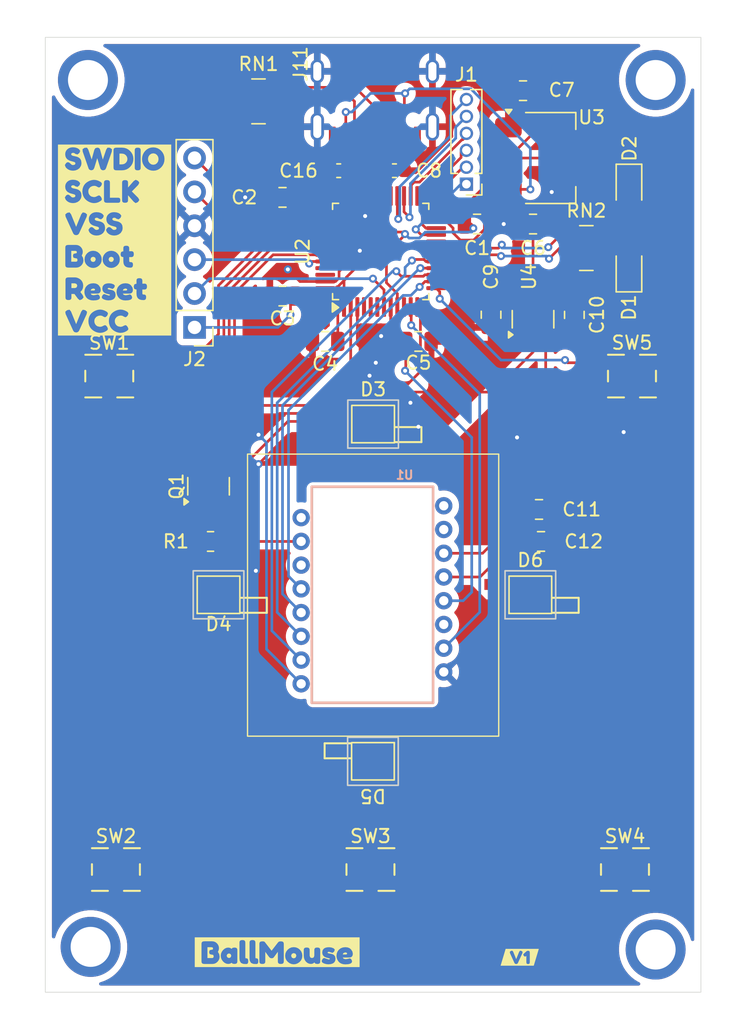
<source format=kicad_pcb>
(kicad_pcb (version 20241229) (generator "pcbnew") (generator_version "9.0")
  (layers (0 "F.Cu" signal) (2 "B.Cu" signal) (13 "F.Paste" user) (15 "B.Paste" user) (5 "F.SilkS" user "F.Silkscreen") (7 "B.SilkS" user "B.Silkscreen") (1 "F.Mask" user) (3 "B.Mask" user) (25 "Edge.Cuts" user))
  (net 0 "")
  (net 1 "VSS")
  (net 2 "VCC")
  (net 3 "+5V")
  (net 4 "/D-")
  (net 5 "+1V8")
  (net 6 "Net-(U1-VDDPIX)")
  (net 7 "/D+")
  (net 8 "Net-(D1-A)")
  (net 9 "Net-(D2-A)")
  (net 10 "Net-(J1-Pin_3)")
  (net 11 "Net-(J1-Pin_1)")
  (net 12 "Net-(J1-Pin_6)")
  (net 13 "Net-(J1-Pin_5)")
  (net 14 "Net-(J1-Pin_4)")
  (net 15 "Net-(J1-Pin_2)")
  (net 17 "Net-(J11-CC2)")
  (net 18 "Net-(J11-CC1)")
  (net 20 "Net-(Q1-S)")
  (net 21 "Led_power")
  (net 22 "Net-(U1-LED_P)")
  (net 27 "One")
  (net 28 "Two")
  (net 29 "Three")
  (net 30 "Four")
  (net 31 "Five")
  (net 32 "Motion")
  (net 33 "SCLK")
  (net 34 "MOSI")
  (net 35 "Reset")
  (net 36 "MISO")
  (net 37 "~{CS}")
  (net 44 "Boot")
  (net 46 "SWCLK")
  (net 51 "SWDIO")
  (net 52 "Net-(RN2-R1.1)")
  (net 56 "Net-(RN2-R2.1)")
  (net 58 "3360_Reset")
  (net 60 "Net-(D3-DOUT)")
  (net 61 "Neo")
  (net 62 "Net-(D4-DOUT)")
  (net 63 "Net-(D5-DOUT)")
  (footprint "UE_Standoff:M3ThreadedStandoff" (layer "F.Cu") (at 118 122)
    (property "Reference" "H3" (hide yes))
    (property "Value" "MountingHole")
  )
  (footprint "Capacitor_SMD:C_0805_2012Metric" (layer "F.Cu") (at 147 67.8)
    (property "Reference" "C1")
    (property "Value" "100nF")
  )
  (footprint "UE_Standoff:M3ThreadedStandoff" (layer "F.Cu") (at 160.4 122.2)
    (property "Reference" "H4" (hide yes))
    (property "Value" "MountingHole")
  )
  (footprint "Capacitor_SMD:C_0805_2012Metric" (layer "F.Cu") (at 135.6 76.6 180)
    (property "Reference" "C4")
    (property "Value" "1uF")
  )
  (footprint "Capacitor_SMD:C_0805_2012Metric" (layer "F.Cu") (at 148.05 74.6 -90)
    (property "Reference" "C9")
    (property "Value" "10uF")
  )
  (footprint "Package_TO_SOT_SMD:SOT-23" (layer "F.Cu") (at 126.85 87.4625 90)
    (property "Reference" "Q1")
    (property "Value" "PMOS")
  )
  (footprint "Capacitor_SMD:C_0805_2012Metric" (layer "F.Cu") (at 132.4 73.2 180)
    (property "Reference" "C3")
    (property "Value" "10nF")
  )
  (footprint "Capacitor_SMD:C_0805_2012Metric" (layer "F.Cu") (at 154.3 74.6125 90)
    (property "Reference" "C10")
    (property "Value" "10uF")
  )
  (footprint "UE_Buttons:TS3315A" (layer "F.Cu") (at 158.625 79.2)
    (property "Reference" "SW5")
    (property "Value" "SW_SPST")
  )
  (footprint "UE_Standoff:M3ThreadedStandoff" (layer "F.Cu") (at 117.8 57)
    (property "Reference" "H1" (hide yes))
    (property "Value" "MountingHole")
  )
  (footprint "Resistor_SMD:R_Array_Convex_4x0603" (layer "F.Cu") (at 155.2 69.6)
    (property "Reference" "RN2")
    (property "Value" "330")
  )
  (footprint "Resistor_SMD:R_Array_Convex_4x0603" (layer "F.Cu") (at 130.6 58.6)
    (property "Reference" "RN1")
    (property "Value" "5.1k")
  )
  (footprint "Connector_PinHeader_1.27mm:PinHeader_1x06_P1.27mm_Vertical" (layer "F.Cu") (at 146.2 64.81 180)
    (property "Reference" "J1")
    (property "Value" "Conn_01x06")
  )
  (footprint "UE_Buttons:TS3315A" (layer "F.Cu") (at 119.9 116.2)
    (property "Reference" "SW2")
    (property "Value" "SW_SPST")
  )
  (footprint "kibuzzard-691E3A0F" (layer "F.Cu") (at 132 122.4)
    (property "Reference" "kibuzzard-691E3A0F" (hide yes))
    (property "Value" "G***" (hide yes))
  )
  (footprint "UE_USB:USB_C_Receptical-Jing" (layer "F.Cu") (at 139.33 60.5 180)
    (property "Reference" "J11")
    (property "Value" "USB_C_Plug_USB2.0")
  )
  (footprint "Capacitor_SMD:C_0603_1608Metric" (layer "F.Cu") (at 136.6175 63.8 180)
    (property "Reference" "C16")
    (property "Value" "20pF")
  )
  (footprint "UE_Buttons:TS3315A" (layer "F.Cu") (at 158.1 116.2)
    (property "Reference" "SW4")
    (property "Value" "SW_SPST")
  )
  (footprint "Capacitor_SMD:C_0805_2012Metric" (layer "F.Cu") (at 151.65 89.2)
    (property "Reference" "C11")
    (property "Value" "4.7uF")
  )
  (footprint "Connector_PinHeader_2.54mm:PinHeader_1x06_P2.54mm_Vertical" (layer "F.Cu") (at 125.8 75.55 180)
    (property "Reference" "J2")
    (property "Value" "Conn_01x06")
  )
  (footprint "Capacitor_SMD:C_0805_2012Metric" (layer "F.Cu") (at 142.6 76.6)
    (property "Reference" "C5")
    (property "Value" "4.7uF")
  )
  (footprint "LED_SMD:LED_0805_2012Metric" (layer "F.Cu") (at 158.4 65 -90)
    (property "Reference" "D2")
    (property "Value" "LED_Small" (hide yes))
  )
  (footprint "Capacitor_SMD:C_0805_2012Metric" (layer "F.Cu") (at 151.8 91.6)
    (property "Reference" "C12")
    (property "Value" "100nF")
  )
  (footprint "UE_LED:SK6812-E_FaceUp" (layer "F.Cu") (at 151 95.6)
    (property "Reference" "D6")
    (property "Value" "WS2812B")
    (fp_rect (start -1.9 1.8) (end 1.9 -1.8) (stroke (width 0.12)) (fill no) (layer "Edge.Cuts"))
  )
  (footprint "Capacitor_SMD:C_0805_2012Metric" (layer "F.Cu") (at 150.45 57.8 180)
    (property "Reference" "C7")
    (property "Value" "10uF")
  )
  (footprint "UE_Buttons:TS3315A" (layer "F.Cu") (at 139 116.2)
    (property "Reference" "SW3")
    (property "Value" "SW_SPST")
  )
  (footprint "UE_LED:SK6812-E_FaceUp" (layer "F.Cu") (at 139.2 82.8)
    (property "Reference" "D3")
    (property "Value" "WS2812B")
    (fp_rect (start -1.9 1.8) (end 1.9 -1.8) (stroke (width 0.12)) (fill no) (layer "Edge.Cuts"))
  )
  (footprint "Package_TO_SOT_SMD:SOT-223-3_TabPin2" (layer "F.Cu") (at 152.5 62.85)
    (property "Reference" "U3")
    (property "Value" "TLV1117-33")
  )
  (footprint "UE_Buttons:TS3315A" (layer "F.Cu") (at 119.4 79.2)
    (property "Reference" "SW1")
    (property "Value" "SW_SPST")
  )
  (footprint "UE_Standoff:M3ThreadedStandoff" (layer "F.Cu") (at 160.4 57)
    (property "Reference" "H2" (hide yes))
    (property "Value" "MountingHole")
  )
  (footprint "Capacitor_SMD:C_0603_1608Metric" (layer "F.Cu") (at 140.8 63.8)
    (property "Reference" "C8")
    (property "Value" "20pF")
  )
  (footprint "Package_QFP:LQFP-48_7x7mm_P0.5mm" (layer "F.Cu") (at 139.7675 69.8575 90)
    (property "Reference" "U2")
    (property "Value" "STM32F072C8Tx")
  )
  (footprint "Package_TO_SOT_SMD:SOT-23" (layer "F.Cu") (at 151.2 74.9375 90)
    (property "Reference" "U4")
    (property "Value" "XC6206-1.8NR")
  )
  (footprint "kibuzzard-691E3A1E" (layer "F.Cu") (at 150.2 122.78)
    (property "Reference" "kibuzzard-691E3A1E" (hide yes))
    (property "Value" "G***" (hide yes))
  )
  (footprint "Capacitor_SMD:C_0805_2012Metric" (layer "F.Cu") (at 151.2 67.8)
    (property "Reference" "C6")
    (property "Value" "10uF")
  )
  (footprint "Resistor_SMD:R_0805_2012Metric" (layer "F.Cu") (at 127 91.6 180)
    (property "Reference" "R1")
    (property "Value" "39R")
  )
  (footprint "kibuzzard-691E39CE" (layer "F.Cu") (at 119.8 69)
    (property "Reference" "kibuzzard-691E39CE" (hide yes))
    (property "Value" "G***" (hide yes))
  )
  (footprint "UE_LED:SK6812-E_FaceUp" (layer "F.Cu") (at 139.185503 108.085312 180)
    (property "Reference" "D5")
    (property "Value" "WS2812B")
    (fp_rect (start -1.9 1.8) (end 1.9 -1.8) (stroke (width 0.12)) (fill no) (layer "Edge.Cuts"))
  )
  (footprint "LED_SMD:LED_0805_2012Metric" (layer "F.Cu") (at 158.4 71.2 90)
    (property "Reference" "D1")
    (property "Value" "LED_Small")
  )
  (footprint "UE_LED:SK6812-E_FaceUp" (layer "F.Cu") (at 127.6 95.6)
    (property "Reference" "D4")
    (property "Value" "WS2812B")
    (fp_rect (start -1.9 1.8) (end 1.9 -1.8) (stroke (width 0.12)) (fill no) (layer "Edge.Cuts"))
  )
  (footprint "Capacitor_SMD:C_0805_2012Metric" (layer "F.Cu") (at 132.4 65.8 180)
    (property "Reference" "C2")
    (property "Value" "100nF")
  )
  (footprint "UE_Module:PMW3360" (layer "B.Cu") (at 139.15 95.6 180)
    (property "Reference" "U1")
    (property "Value" "PMW3360DM-T2QU")
    (fp_line (start 4.445 7.9375) (end 4.445 -7.9375) (stroke (width 0.01)) (layer "Edge.Cuts"))
    (fp_line (start 4.445 -7.9375) (end -4.445 -7.9375) (stroke (width 0.01)) (layer "Edge.Cuts"))
    (fp_line (start -4.445 7.9375) (end 4.445 7.9375) (stroke (width 0.01)) (layer "Edge.Cuts"))
    (fp_line (start -4.445 -7.9375) (end -4.445 7.9375) (stroke (width 0.01)) (layer "Edge.Cuts"))
  )
  (gr_rect (start 129.775 85.05) (end 148.625 106.2) (stroke (width 0.1)) (fill no) (layer "F.SilkS"))
  (gr_rect (start 114.6 53.8) (end 163.8 125.4) (stroke (width 0.05)) (fill no) (layer "Edge.Cuts"))
  (segment (start 146.75 69) (end 147.95 67.8) (width 0.2) (layer "F.Cu") (net 1))
  (segment (start 137.5175 66.466324) (end 138.251176 67.2) (width 0.2) (layer "F.Cu") (net 1))
  (segment (start 136.6435 71.840324) (end 136.6435 71.3565) (width 0.2) (layer "F.Cu") (net 1))
  (segment (start 135.605 72.1075) (end 136.376324 72.1075) (width 0.2) (layer "F.Cu") (net 1))
  (segment (start 140.5175 74.02) (end 140.5175 75.4825) (width 0.2) (layer "F.Cu") (net 1))
  (segment (start 140.5175 75.4825) (end 139.8 76.2) (width 0.2) (layer "F.Cu") (net 1))
  (segment (start 138.251176 67.2) (end 138.6 67.2) (width 0.2) (layer "F.Cu") (net 1))
  (segment (start 136.6435 71.3565) (end 138.2 69.8) (width 0.2) (layer "F.Cu") (net 1))
  (segment (start 145.2 68.46116) (end 145.73884 69) (width 0.2) (layer "F.Cu") (net 1))
  (segment (start 145.73884 69) (end 146.75 69) (width 0.2) (layer "F.Cu") (net 1))
  (segment (start 144.701324 67.6075) (end 145.2 68.106176) (width 0.2) (layer "F.Cu") (net 1))
  (segment (start 145.2 68.106176) (end 145.2 68.46116) (width 0.2) (layer "F.Cu") (net 1))
  (segment (start 143.93 67.6075) (end 144.701324 67.6075) (width 0.2) (layer "F.Cu") (net 1))
  (segment (start 136.376324 72.1075) (end 136.6435 71.840324) (width 0.2) (layer "F.Cu") (net 1))
  (segment (start 133.7075 72.1075) (end 132.8 71.2) (width 0.2) (layer "F.Cu") (net 1))
  (segment (start 137.5175 65.695) (end 137.5175 66.466324) (width 0.2) (layer "F.Cu") (net 1))
  (segment (start 135.605 72.1075) (end 133.7075 72.1075) (width 0.2) (layer "F.Cu") (net 1))
  (via (at 132.8 71.2) (size 0.6) (drill 0.3) (layers "F.Cu" "B.Cu") (net 1))
  (via (at 158 83.4) (size 0.6) (drill 0.3) (layers "F.Cu" "B.Cu") (net 1))
  (via (at 139.8 76.2) (size 0.6) (drill 0.3) (layers "F.Cu" "B.Cu") (net 1))
  (via (at 138.2 69.8) (size 0.6) (drill 0.3) (layers "F.Cu" "B.Cu") (net 1))
  (via (at 142.6 83) (size 0.6) (drill 0.3) (layers "F.Cu" "B.Cu") (net 1))
  (via (at 129.6 65.8) (size 0.6) (drill 0.3) (layers "F.Cu" "B.Cu") (net 1))
  (via (at 150 83.8) (size 0.6) (drill 0.3) (layers "F.Cu" "B.Cu") (net 1))
  (via (at 149 67.8) (size 0.6) (drill 0.3) (layers "F.Cu" "B.Cu") (net 1))
  (via (at 152.6 65.4) (size 0.6) (drill 0.3) (layers "F.Cu" "B.Cu") (net 1))
  (via (at 138.930781 79.171315) (size 0.6) (drill 0.3) (layers "F.Cu" "B.Cu") (net 1))
  (via (at 138.6 67.2) (size 0.6) (drill 0.3) (layers "F.Cu" "B.Cu") (net 1))
  (segment (start 136.54201 72.5075) (end 137.0435 72.006009) (width 0.2) (layer "F.Cu") (net 2))
  (segment (start 141.443116 68.4) (end 141.590448 68.547332) (width 0.2) (layer "F.Cu") (net 2))
  (segment (start 133.9425 72.6075) (end 135.605 72.6075) (width 0.2) (layer "F.Cu") (net 2))
  (segment (start 133.35 65.8) (end 136.14 65.8) (width 0.2) (layer "F.Cu") (net 2))
  (segment (start 141.65 78.75) (end 141.65 76.6) (width 0.2) (layer "F.Cu") (net 2))
  (segment (start 140.2 70) (end 141.590448 68.609552) (width 0.2) (layer "F.Cu") (net 2))
  (segment (start 133.35 73.2) (end 133.9425 72.6075) (width 0.2) (layer "F.Cu") (net 2))
  (segment (start 141.6 78.8) (end 141.65 78.75) (width 0.2) (layer "F.Cu") (net 2))
  (segment (start 133 74.6) (end 133 73.55) (width 0.2) (layer "F.Cu") (net 2))
  (segment (start 145.3575 67.1075) (end 143.93 67.1075) (width 0.2) (layer "F.Cu") (net 2))
  (segment (start 136.376324 72.6075) (end 136.476324 72.5075) (width 0.2) (layer "F.Cu") (net 2))
  (segment (start 151.4 60.8) (end 149.35 62.85) (width 0.2) (layer "F.Cu") (net 2))
  (segment (start 137.191912 71.857598) (end 137.191912 71.791912) (width 0.2) (layer "F.Cu") (net 2))
  (segment (start 149.35 62.85) (end 155.65 62.85) (width 0.2) (layer "F.Cu") (net 2))
  (segment (start 146.05 67.8) (end 146.55 67.8) (width 0.2) (layer "F.Cu") (net 2))
  (segment (start 137.0175 72.03201) (end 137.191912 71.857598) (width 0.2) (layer "F.Cu") (net 2))
  (segment (start 141.0175 75.9675) (end 141.0175 74.02) (width 0.2) (layer "F.Cu") (net 2))
  (segment (start 137.0175 65.695) (end 137.0175 66.6175) (width 0.2) (layer "F.Cu") (net 2))
  (segment (start 138.8 68.4) (end 140.4 68.4) (width 0.2) (layer "F.Cu") (net 2))
  (segment (start 136.14 65.8) (end 136.245 65.695) (width 0.2) (layer "F.Cu") (net 2))
  (segment (start 136.55 76.6) (end 136.55 74.4875) (width 0.2) (layer "F.Cu") (net 2))
  (segment (start 146.05 67.8) (end 145.3575 67.1075) (width 0.2) (layer "F.Cu") (net 2))
  (segment (start 140.2 72.2) (end 140.2 70) (width 0.2) (layer "F.Cu") (net 2))
  (segment (start 137.191912 71.791912) (end 140.4 68.583824) (width 0.2) (layer "F.Cu") (net 2))
  (segment (start 149.35 63.193992) (end 149.35 62.85) (width 0.2) (layer "F.Cu") (net 2))
  (segment (start 136.55 74.4875) (end 137.0175 74.02) (width 0.2) (layer "F.Cu") (net 2))
  (segment (start 140.4 68.583824) (end 140.4 68.4) (width 0.2) (layer "F.Cu") (net 2))
  (segment (start 141.65 76.6) (end 141.0175 75.9675) (width 0.2) (layer "F.Cu") (net 2))
  (segment (start 137.0175 66.6175) (end 138.8 68.4) (width 0.2) (layer "F.Cu") (net 2))
  (segment (start 136.245 65.695) (end 137.0175 65.695) (width 0.2) (layer "F.Cu") (net 2))
  (segment (start 146.55 67.8) (end 146.71538 67.96538) (width 0.2) (layer "F.Cu") (net 2))
  (segment (start 141.590448 68.609552) (end 141.590448 68.547332) (width 0.2) (layer "F.Cu") (net 2))
  (segment (start 133 73.55) (end 133.35 73.2) (width 0.2) (layer "F.Cu") (net 2))
  (segment (start 137.0175 74.02) (end 137.0175 72.03201) (width 0.2) (layer "F.Cu") (net 2))
  (segment (start 141.0175 73.0175) (end 140.2 72.2) (width 0.2) (layer "F.Cu") (net 2))
  (segment (start 141.0175 74.02) (end 141.0175 73.0175) (width 0.2) (layer "F.Cu") (net 2))
  (segment (start 146.05 66.493992) (end 149.35 63.193992) (width 0.2) (layer "F.Cu") (net 2))
  (segment (start 146.71538 67.96538) (end 146.71538 68.11538) (width 0.2) (layer "F.Cu") (net 2))
  (segment (start 151.4 57.8) (end 151.4 60.8) (width 0.2) (layer "F.Cu") (net 2))
  (segment (start 135.605 72.6075) (end 136.376324 72.6075) (width 0.2) (layer "F.Cu") (net 2))
  (segment (start 146.05 67.8) (end 146.05 66.493992) (width 0.2) (layer "F.Cu") (net 2))
  (segment (start 136.476324 72.5075) (end 136.54201 72.5075) (width 0.2) (layer "F.Cu") (net 2))
  (segment (start 140.4 68.4) (end 141.443116 68.4) (width 0.2) (layer "F.Cu") (net 2))
  (via (at 141.590448 68.547332) (size 0.6) (drill 0.3) (layers "F.Cu" "B.Cu") (net 2))
  (via (at 133 74.6) (size 0.6) (drill 0.3) (layers "F.Cu" "B.Cu") (net 2))
  (via (at 146.71538 68.11538) (size 0.6) (drill 0.3) (layers "F.Cu" "B.Cu") (net 2))
  (via (at 141.6 78.8) (size 0.6) (drill 0.3) (layers "F.Cu" "B.Cu") (net 2))
  (segment (start 146.6 68.4) (end 143.119239 68.4) (width 0.2) (layer "B.Cu") (net 2))
  (segment (start 145.955 96.045) (end 146.6 95.4) (width 0.2) (layer "B.Cu") (net 2))
  (segment (start 132.05 75.55) (end 133 74.6) (width 0.2) (layer "B.Cu") (net 2))
  (segment (start 125.8 75.55) (end 132.05 75.55) (width 0.2) (layer "B.Cu") (net 2))
  (segment (start 146.71538 68.11538) (end 146.71538 68.28462) (width 0.2) (layer "B.Cu") (net 2))
  (segment (start 141.893116 68.85) (end 141.590448 68.547332) (width 0.2) (layer "B.Cu") (net 2))
  (segment (start 142.669239 68.85) (end 141.893116 68.85) (width 0.2) (layer "B.Cu") (net 2))
  (segment (start 143.119239 68.4) (end 142.669239 68.85) (width 0.2) (layer "B.Cu") (net 2))
  (segment (start 144.5 96.045) (end 145.955 96.045) (width 0.2) (layer "B.Cu") (net 2))
  (segment (start 146.71538 68.28462) (end 146.6 68.4) (width 0.2) (layer "B.Cu") (net 2))
  (segment (start 146.6 95.4) (end 146.6 83.8) (width 0.2) (layer "B.Cu") (net 2))
  (segment (start 146.6 83.8) (end 141.6 78.8) (width 0.2) (layer "B.Cu") (net 2))
  (segment (start 154.199 93.199) (end 148.851058 93.199) (width 0.2) (layer "F.Cu") (net 3))
  (segment (start 136.075 82.6) (end 136.65 82.025) (width 0.2) (layer "F.Cu") (net 3))
  (segment (start 149.35 66.55) (end 150.25 67.45) (width 0.2) (layer "F.Cu") (net 3))
  (segment (start 137.055 60.3) (end 137.15 60.205) (width 0.2) (layer "F.Cu") (net 3))
  (segment (start 150.85 73.65) (end 151.2 74) (width 0.2) (layer "F.Cu") (net 3))
  (segment (start 132.8 82.6) (end 136.075 82.6) (width 0.2) (layer "F.Cu") (net 3))
  (segment (start 147.139688 108.860312) (end 156.2 99.8) (width 0.2) (layer "F.Cu") (net 3))
  (segment (start 156.2 95.2) (end 154.199 93.199) (width 0.2) (layer "F.Cu") (net 3))
  (segment (start 141.735503 110.264497) (end 141.735503 108.860312) (width 0.2) (layer "F.Cu") (net 3))
  (segment (start 150.2 78.4) (end 151.2 77.4) (width 0.2) (layer "F.Cu") (net 3))
  (segment (start 137.15 60.205) (end 137.15 59.4) (width 0.2) (layer "F.Cu") (net 3))
  (segment (start 151.2 77.4) (end 151.2 74) (width 0.2) (layer "F.Cu") (net 3))
  (segment (start 128.875 86.525) (end 132.8 82.6) (width 0.2) (layer "F.Cu") (net 3))
  (segment (start 156.2 99.8) (end 156.2 95.2) (width 0.2) (layer "F.Cu") (net 3))
  (segment (start 137.050058 80.4) (end 148.2 80.4) (width 0.2) (layer "F.Cu") (net 3))
  (segment (start 141.2 110.8) (end 141.735503 110.264497) (width 0.2) (layer "F.Cu") (net 3))
  (segment (start 151.2 74) (end 151.2 68.75) (width 0.2) (layer "F.Cu") (net 3))
  (segment (start 126.85 86.525) (end 128.875 86.525) (width 0.2) (layer "F.Cu") (net 3))
  (segment (start 149.4 65.2) (end 149.35 65.15) (width 0.2) (layer "F.Cu") (net 3))
  (segment (start 124.673 94.825) (end 123.849 95.649) (width 0.2) (layer "F.Cu") (net 3))
  (segment (start 137.055 61.2) (end 137.055 60.3) (width 0.2) (layer "F.Cu") (net 3))
  (segment (start 141.544 60.889) (end 141.544 58.056) (width 0.2) (layer "F.Cu") (net 3))
  (segment (start 125.05 90.629468) (end 125.05 94.825) (width 0.2) (layer "F.Cu") (net 3))
  (segment (start 148.45 93.600058) (end 148.45 94.825) (width 0.2) (layer "F.Cu") (net 3))
  (segment (start 126.85 88.829468) (end 125.05 90.629468) (width 0.2) (layer "F.Cu") (net 3))
  (segment (start 149.35 65.15) (end 149.35 66.55) (width 0.2) (layer "F.Cu") (net 3))
  (segment (start 148.851058 93.199) (end 148.45 93.600058) (width 0.2) (layer "F.Cu") (net 3))
  (segment (start 123.849 99.449) (end 135.2 110.8) (width 0.2) (layer "F.Cu") (net 3))
  (segment (start 136.65 82.025) (end 136.65 80.800058) (width 0.2) (layer "F.Cu") (net 3))
  (segment (start 151.2 68.75) (end 150.25 67.8) (width 0.2) (layer "F.Cu") (net 3))
  (segment (start 141.735503 108.860312) (end 147.139688 108.860312) (width 0.2) (layer "F.Cu") (net 3))
  (segment (start 135.2 110.8) (end 141.2 110.8) (width 0.2) (layer "F.Cu") (net 3))
  (segment (start 125.05 94.825) (end 124.673 94.825) (width 0.2) (layer "F.Cu") (net 3))
  (segment (start 150.25 67.45) (end 150.25 67.8) (width 0.2) (layer "F.Cu") (net 3))
  (segment (start 136.65 80.800058) (end 137.050058 80.4) (width 0.2) (layer "F.Cu") (net 3))
  (segment (start 126.85 86.525) (end 126.85 88.829468) (width 0.2) (layer "F.Cu") (net 3))
  (segment (start 151 65.2) (end 149.4 65.2) (width 0.2) (layer "F.Cu") (net 3))
  (segment (start 148.05 73.65) (end 150.85 73.65) (width 0.2) (layer "F.Cu") (net 3))
  (segment (start 141.544 58.056) (end 141.6 58) (width 0.2) (layer "F.Cu") (net 3))
  (segment (start 148.2 80.4) (end 150.2 78.4) (width 0.2) (layer "F.Cu") (net 3))
  (segment (start 141.855 61.2) (end 141.544 60.889) (width 0.2) (layer "F.Cu") (net 3))
  (segment (start 123.849 95.649) (end 123.849 99.449) (width 0.2) (layer "F.Cu") (net 3))
  (via (at 137.15 59.4) (size 0.6) (drill 0.3) (layers "F.Cu" "B.Cu") (net 3))
  (via (at 151 65.2) (size 0.6) (drill 0.3) (layers "F.Cu" "B.Cu") (net 3))
  (via (at 141.6 58) (size 0.6) (drill 0.3) (layers "F.Cu" "B.Cu") (net 3))
  (segment (start 146.531786 57.659) (end 151 62.127214) (width 0.2) (layer "B.Cu") (net 3))
  (segment (start 139 58) (end 137.6 59.4) (width 0.2) (layer "B.Cu") (net 3))
  (segment (start 141.941 57.659) (end 146.531786 57.659) (width 0.2) (layer "B.Cu") (net 3))
  (segment (start 141.6 58) (end 139 58) (width 0.2) (layer "B.Cu") (net 3))
  (segment (start 137.6 59.4) (end 137.15 59.4) (width 0.2) (layer "B.Cu") (net 3))
  (segment (start 141.6 58) (end 141.941 57.659) (width 0.2) (layer "B.Cu") (net 3))
  (segment (start 151 62.127214) (end 151 65.2) (width 0.2) (layer "B.Cu") (net 3))
  (segment (start 140.08 62.145853) (end 140.08 61.3) (width 0.2) (layer "F.Cu") (net 4))
  (segment (start 138.9925 63.233353) (end 139.08 63.145853) (width 0.2) (layer "F.Cu") (net 4))
  (segment (start 138.9925 64.563749) (end 138.9925 63.8) (width 0.2) (layer "F.Cu") (net 4))
  (segment (start 139.0175 64.588749) (end 138.9925 64.563749) (width 0.2) (layer "F.Cu") (net 4))
  (segment (start 140.025 63.8) (end 138.9925 63.8) (width 0.2) (layer "F.Cu") (net 4))
  (segment (start 139.0175 65.695) (end 139.0175 64.588749) (width 0.2) (layer "F.Cu") (net 4))
  (segment (start 138.9925 63.8) (end 138.9925 63.233353) (width 0.2) (layer "F.Cu") (net 4))
  (segment (start 139.08 63.145853) (end 139.08 61.3) (width 0.2) (layer "F.Cu") (net 4))
  (segment (start 139.08 63.145853) (end 140.08 62.145853) (width 0.2) (layer "F.Cu") (net 4))
  (segment (start 148.685372 92.799) (end 147.219372 94.265) (width 0.2) (layer "F.Cu") (net 5))
  (segment (start 152.15 80.95) (end 154.4 83.2) (width 0.2) (layer "F.Cu") (net 5))
  (segment (start 154.4 91.713627) (end 153.314627 92.799) (width 0.2) (layer "F.Cu") (net 5))
  (segment (start 154.3 75.5625) (end 152.4625 75.5625) (width 0.2) (layer "F.Cu") (net 5))
  (segment (start 152.15 75.875) (end 152.15 80.95) (width 0.2) (layer "F.Cu") (net 5))
  (segment (start 153.314627 92.799) (end 148.685372 92.799) (width 0.2) (layer "F.Cu") (net 5))
  (segment (start 147.219372 94.265) (end 144.5 94.265) (width 0.2) (layer "F.Cu") (net 5))
  (segment (start 154.4 83.2) (end 154.4 91.713627) (width 0.2) (layer "F.Cu") (net 5))
  (segment (start 152.4625 75.5625) (end 152.15 75.875) (width 0.2) (layer "F.Cu") (net 5))
  (segment (start 150.7 91.45) (end 150.7 89.2) (width 0.2) (layer "F.Cu") (net 6))
  (segment (start 150.85 91.6) (end 150.7 91.45) (width 0.2) (layer "F.Cu") (net 6))
  (segment (start 147.415 92.485) (end 148.3 91.6) (width 0.2) (layer "F.Cu") (net 6))
  (segment (start 144.5 92.485) (end 147.415 92.485) (width 0.2) (layer "F.Cu") (net 6))
  (segment (start 148.3 91.6) (end 150.85 91.6) (width 0.2) (layer "F.Cu") (net 6))
  (segment (start 138.605 62.015) (end 138.605 63.055168) (width 0.2) (layer "F.Cu") (net 7))
  (segment (start 138.58 61.3) (end 138.58 60.288) (width 0.2) (layer "F.Cu") (net 7))
  (segment (start 138.669 60.199) (end 139.491 60.199) (width 0.2) (layer "F.Cu") (net 7))
  (segment (start 139.491 60.199) (end 139.58 60.288) (width 0.2) (layer "F.Cu") (net 7))
  (segment (start 138.58 61.3) (end 138.58 61.99) (width 0.2) (layer "F.Cu") (net 7))
  (segment (start 138.5425 63.117668) (end 138.5425 63.8) (width 0.2) (layer "F.Cu") (net 7))
  (segment (start 139.58 60.288) (end 139.58 61.3) (width 0.2) (layer "F.Cu") (net 7))
  (segment (start 138.5425 63.8) (end 138.5425 64.563749) (width 0.2) (layer "F.Cu") (net 7))
  (segment (start 138.605 63.055168) (end 138.5425 63.117668) (width 0.2) (layer "F.Cu") (net 7))
  (segment (start 138.5425 64.563749) (end 138.5175 64.588749) (width 0.2) (layer "F.Cu") (net 7))
  (segment (start 138.58 61.99) (end 138.605 62.015) (width 0.2) (layer "F.Cu") (net 7))
  (segment (start 137.3925 63.8) (end 138.5425 63.8) (width 0.2) (layer "F.Cu") (net 7))
  (segment (start 138.58 60.288) (end 138.669 60.199) (width 0.2) (layer "F.Cu") (net 7))
  (segment (start 138.5175 64.588749) (end 138.5175 65.695) (width 0.2) (layer "F.Cu") (net 7))
  (segment (start 156.1 69.2) (end 157.3375 69.2) (width 0.2) (layer "F.Cu") (net 8))
  (segment (start 157.3375 69.2) (end 158.4 70.2625) (width 0.2) (layer "F.Cu") (net 8))
  (segment (start 157.3 67.2) (end 157.25 67.25) (width 0.2) (layer "F.Cu") (net 9))
  (segment (start 158.4 66.1) (end 158.4 65.9375) (width 0.2) (layer "F.Cu") (net 9))
  (segment (start 157.25 67.25) (end 158.4 66.1) (width 0.2) (layer "F.Cu") (net 9))
  (segment (start 157.25 67.25) (end 156.1 68.4) (width 0.2) (layer "F.Cu") (net 9))
  (segment (start 145.799 62.4135) (end 145.9425 62.27) (width 0.2) (layer "F.Cu") (net 10))
  (segment (start 142.912214 65.695) (end 145.799 62.808214) (width 0.2) (layer "F.Cu") (net 10))
  (segment (start 142.5175 65.695) (end 142.912214 65.695) (width 0.2) (layer "F.Cu") (net 10))
  (segment (start 145.799 62.808214) (end 145.799 62.4135) (width 0.2) (layer "F.Cu") (net 10))
  (segment (start 145.9425 62.27) (end 146.2 62.27) (width 0.2) (layer "F.Cu") (net 10))
  (segment (start 142.8075 68.6075) (end 142.4 68.2) (width 0.2) (layer "F.Cu") (net 11))
  (segment (start 143.93 68.6075) (end 142.8075 68.6075) (width 0.2) (layer "F.Cu") (net 11))
  (via (at 142.4 68.2) (size 0.6) (drill 0.3) (layers "F.Cu" "B.Cu") (net 11))
  (segment (start 142.4 68.2) (end 145.79 64.81) (width 0.2) (layer "B.Cu") (net 11))
  (segment (start 145.79 64.81) (end 146.2 64.81) (width 0.2) (layer "B.Cu") (net 11))
  (segment (start 141.0175 67.346487) (end 141.087565 67.416552) (width 0.2) (layer "F.Cu") (net 12))
  (segment (start 141.0175 65.695) (end 141.0175 67.346487) (width 0.2) (layer "F.Cu") (net 12))
  (via (at 141.087565 67.416552) (size 0.6) (drill 0.3) (layers "F.Cu" "B.Cu") (net 12))
  (segment (start 144.997 59.663) (end 144.997 61.2) (width 0.2) (layer "B.Cu") (net 12))
  (segment (start 144.997 61.2) (end 141.2 64.997) (width 0.2) (layer "B.Cu") (net 12))
  (segment (start 141.2 64.997) (end 141.2 67.304117) (width 0.2) (layer "B.Cu") (net 12))
  (segment (start 141.2 67.304117) (end 141.087565 67.416552) (width 0.2) (layer "B.Cu") (net 12))
  (segment (start 146.2 58.46) (end 144.997 59.663) (width 0.2) (layer "B.Cu") (net 12))
  (segment (start 141.5175 65.695) (end 141.5175 66.881751) (width 0.2) (layer "F.Cu") (net 13))
  (segment (start 141.5175 66.881751) (end 141.928504 67.292755) (width 0.2) (layer "F.Cu") (net 13))
  (via (at 141.928504 67.292755) (size 0.6) (drill 0.3) (layers "F.Cu" "B.Cu") (net 13))
  (segment (start 142 67.221259) (end 141.928504 67.292755) (width 0.2) (layer "B.Cu") (net 13))
  (segment (start 146.2 59.73) (end 145.399 60.531) (width 0.2) (layer "B.Cu") (net 13))
  (segment (start 145.399 60.531) (end 145.399 61.366686) (width 0.2) (layer "B.Cu") (net 13))
  (segment (start 142 64.765686) (end 142 67.221259) (width 0.2) (layer "B.Cu") (net 13))
  (segment (start 145.399 61.366686) (end 142 64.765686) (width 0.2) (layer "B.Cu") (net 13))
  (segment (start 145.868214 61.469) (end 145.931 61.469) (width 0.2) (layer "F.Cu") (net 14))
  (segment (start 146.2 61.2) (end 146.2 61) (width 0.2) (layer "F.Cu") (net 14))
  (segment (start 142.0665 64.874676) (end 142.284676 64.6565) (width 0.2) (layer "F.Cu") (net 14))
  (segment (start 145.931 61.469) (end 146.2 61.2) (width 0.2) (layer "F.Cu") (net 14))
  (segment (start 142.0175 65.3825) (end 142.0665 65.3335) (width 0.2) (layer "F.Cu") (net 14))
  (segment (start 142.284676 64.6565) (end 142.680714 64.6565) (width 0.2) (layer "F.Cu") (net 14))
  (segment (start 142.680714 64.6565) (end 145.868214 61.469) (width 0.2) (layer "F.Cu") (net 14))
  (segment (start 142.0665 65.3335) (end 142.0665 64.874676) (width 0.2) (layer "F.Cu") (net 14))
  (segment (start 142.0175 65.695) (end 142.0175 65.3825) (width 0.2) (layer "F.Cu") (net 14))
  (segment (start 143.158676 68.1075) (end 142.8915 67.840324) (width 0.2) (layer "F.Cu") (net 15))
  (segment (start 142.8915 66.592324) (end 145.943824 63.54) (width 0.2) (layer "F.Cu") (net 15))
  (segment (start 145.943824 63.54) (end 146.2 63.54) (width 0.2) (layer "F.Cu") (net 15))
  (segment (start 143.93 68.1075) (end 143.158676 68.1075) (width 0.2) (layer "F.Cu") (net 15))
  (segment (start 142.8915 67.840324) (end 142.8915 66.592324) (width 0.2) (layer "F.Cu") (net 15))
  (segment (start 131.5 58.2) (end 137.4 58.2) (width 0.2) (layer "F.Cu") (net 17))
  (segment (start 137.8 58.6) (end 137.8 60.068) (width 0.2) (layer "F.Cu") (net 17))
  (segment (start 137.4 58.2) (end 137.8 58.6) (width 0.2) (layer "F.Cu") (net 17))
  (segment (start 137.58 60.288) (end 137.58 61.3) (width 0.2) (layer "F.Cu") (net 17))
  (segment (start 137.8 60.068) (end 137.58 60.288) (width 0.2) (layer "F.Cu") (net 17))
  (segment (start 131.5 57.4) (end 131.651 57.551) (width 0.2) (layer "F.Cu") (net 18))
  (segment (start 137.843 57.551) (end 140.58 60.288) (width 0.2) (layer "F.Cu") (net 18))
  (segment (start 131.651 57.551) (end 137.843 57.551) (width 0.2) (layer "F.Cu") (net 18))
  (segment (start 140.58 60.288) (end 140.58 61.3) (width 0.2) (layer "F.Cu") (net 18))
  (segment (start 127.25 88.95) (end 127.8 88.4) (width 0.2) (layer "F.Cu") (net 20))
  (segment (start 126.0875 90.157654) (end 127.25 88.995153) (width 0.2) (layer "F.Cu") (net 20))
  (segment (start 126.0875 91.6) (end 126.0875 90.157654) (width 0.2) (layer "F.Cu") (net 20))
  (segment (start 127.25 88.995153) (end 127.25 88.95) (width 0.2) (layer "F.Cu") (net 20))
  (segment (start 137.5 78.1) (end 137.5175 78.1175) (width 0.2) (layer "F.Cu") (net 21))
  (segment (start 134.2 81.4) (end 137.5 78.1) (width 0.2) (layer "F.Cu") (net 21))
  (segment (start 130.595532 81.4) (end 134.2 81.4) (width 0.2) (layer "F.Cu") (net 21))
  (segment (start 137.5175 78.1175) (end 137.5175 74.02) (width 0.2) (layer "F.Cu") (net 21))
  (segment (start 125.9 88.4) (end 125.9 86.095532) (width 0.2) (layer "F.Cu") (net 21))
  (segment (start 125.9 86.095532) (end 130.595532 81.4) (width 0.2) (layer "F.Cu") (net 21))
  (segment (start 133.795 91.6) (end 133.8 91.595) (width 0.2) (layer "F.Cu") (net 22))
  (segment (start 127.9125 91.6) (end 133.795 91.6) (width 0.2) (layer "F.Cu") (net 22))
  (segment (start 121.15 78.2) (end 125.452 78.2) (width 0.2) (layer "F.Cu") (net 27))
  (segment (start 125.452 78.2) (end 127.6 76.052) (width 0.2) (layer "F.Cu") (net 27))
  (segment (start 127.6 72.4) (end 131.4 68.6) (width 0.2) (layer "F.Cu") (net 27))
  (segment (start 131.4 68.6) (end 131.4075 68.6075) (width 0.2) (layer "F.Cu") (net 27))
  (segment (start 131.4075 68.6075) (end 135.605 68.6075) (width 0.2) (layer "F.Cu") (net 27))
  (segment (start 117.65 78.2) (end 121.15 78.2) (width 0.2) (layer "F.Cu") (net 27))
  (segment (start 127.6 76.052) (end 127.6 72.4) (width 0.2) (layer "F.Cu") (net 27))
  (segment (start 128 72.6) (end 131.4925 69.1075) (width 0.2) (layer "F.Cu") (net 28))
  (segment (start 118.15 115.2) (end 121.65 115.2) (width 0.2) (layer "F.Cu") (net 28))
  (segment (start 128 76.4) (end 128 72.6) (width 0.2) (layer "F.Cu") (net 28))
  (segment (start 121.65 82.75) (end 128 76.4) (width 0.2) (layer "F.Cu") (net 28))
  (segment (start 121.65 115.2) (end 121.65 82.75) (width 0.2) (layer "F.Cu") (net 28))
  (segment (start 131.4925 69.1075) (end 135.605 69.1075) (width 0.2) (layer "F.Cu") (net 28))
  (segment (start 122.2 108.8) (end 122.2 82.8) (width 0.2) (layer "F.Cu") (net 29))
  (segment (start 134.765685 69.6) (end 134.773185 69.6075) (width 0.2) (layer "F.Cu") (net 29))
  (segment (start 134.773185 69.6075) (end 135.605 69.6075) (width 0.2) (layer "F.Cu") (net 29))
  (segment (start 137.25 115.2) (end 128.6 115.2) (width 0.2) (layer "F.Cu") (net 29))
  (segment (start 128.6 115.2) (end 122.2 108.8) (width 0.2) (layer "F.Cu") (net 29))
  (segment (start 131.6 69.6) (end 134.765685 69.6) (width 0.2) (layer "F.Cu") (net 29))
  (segment (start 128.4 76.6) (end 128.4 72.8) (width 0.2) (layer "F.Cu") (net 29))
  (segment (start 122.2 82.8) (end 128.4 76.6) (width 0.2) (layer "F.Cu") (net 29))
  (segment (start 128.4 72.8) (end 131.6 69.6) (width 0.2) (layer "F.Cu") (net 29))
  (segment (start 140.75 115.2) (end 137.25 115.2) (width 0.2) (layer "F.Cu") (net 29))
  (segment (start 147.2 115.2) (end 144 112) (width 0.2) (layer "F.Cu") (net 30))
  (segment (start 128.8 76.8) (end 128.8 73) (width 0.2) (layer "F.Cu") (net 30))
  (segment (start 159.85 115.2) (end 156.35 115.2) (width 0.2) (layer "F.Cu") (net 30))
  (segment (start 131.6925 70.1075) (end 135.605 70.1075) (width 0.2) (layer "F.Cu") (net 30))
  (segment (start 126 112) (end 122.8 108.8) (width 0.2) (layer "F.Cu") (net 30))
  (segment (start 156.35 115.2) (end 147.2 115.2) (width 0.2) (layer "F.Cu") (net 30))
  (segment (start 122.8 82.8) (end 128.8 76.8) (width 0.2) (layer "F.Cu") (net 30))
  (segment (start 122.8 108.8) (end 122.8 82.8) (width 0.2) (layer "F.Cu") (net 30))
  (segment (start 144 112) (end 126 112) (width 0.2) (layer "F.Cu") (net 30))
  (segment (start 128.8 73) (end 131.6925 70.1075) (width 0.2) (layer "F.Cu") (net 30))
  (segment (start 144.2 72.8775) (end 144.2 73.4) (width 0.2) (layer "F.Cu") (net 31))
  (segment (start 156.875 78.2) (end 153.8 78.2) (width 0.2) (layer "F.Cu") (net 31))
  (segment (start 153.8 78.2) (end 153.6 78) (width 0.2) (layer "F.Cu") (net 31))
  (segment (start 143.93 72.6075) (end 144.2 72.8775) (width 0.2) (layer "F.Cu") (net 31))
  (segment (start 156.875 78.2) (end 160.375 78.2) (width 0.2) (layer "F.Cu") (net 31))
  (via (at 144.2 73.4) (size 0.6) (drill 0.3) (layers "F.Cu" "B.Cu") (net 31))
  (via (at 153.6 78) (size 0.6) (drill 0.3) (layers "F.Cu" "B.Cu") (net 31))
  (segment (start 153.6 78) (end 148.8 78) (width 0.2) (layer "B.Cu") (net 31))
  (segment (start 148.8 78) (end 144.2 73.4) (width 0.2) (layer "B.Cu") (net 31))
  (segment (start 142.749 78.851) (end 141.6 80) (width 0.2) (layer "F.Cu") (net 32))
  (segment (start 134.6 82) (end 132.2 82) (width 0.2) (layer "F.Cu") (net 32))
  (segment (start 141.6 80) (end 136.6 80) (width 0.2) (layer "F.Cu") (net 32))
  (segment (start 142.749 74.2515) (end 142.749 78.851) (width 0.2) (layer "F.Cu") (net 32))
  (segment (start 136.6 80) (end 134.6 82) (width 0.2) (layer "F.Cu") (net 32))
  (segment (start 132.2 82) (end 130.6 83.6) (width 0.2) (layer "F.Cu") (net 32))
  (segment (start 142.5175 74.02) (end 142.749 74.2515) (width 0.2) (layer "F.Cu") (net 32))
  (via (at 130.6 83.6) (size 0.6) (drill 0.3) (layers "F.Cu" "B.Cu") (net 32))
  (segment (start 131.2 84.2) (end 130.6 83.6) (width 0.2) (layer "B.Cu") (net 32))
  (segment (start 131.2 99.675) (end 131.2 84.2) (width 0.2) (layer "B.Cu") (net 32))
  (segment (start 133.8 102.275) (end 131.2 99.675) (width 0.2) (layer "B.Cu") (net 32))
  (segment (start 142.97185 71.715253) (end 141.315253 71.715253) (width 0.2) (layer "F.Cu") (net 33))
  (segment (start 143.079603 71.6075) (end 142.97185 71.715253) (width 0.2) (layer "F.Cu") (net 33))
  (segment (start 141.315253 71.715253) (end 140.94038 71.34038) (width 0.2) (layer "F.Cu") (net 33))
  (segment (start 143.93 71.6075) (end 143.079603 71.6075) (width 0.2) (layer "F.Cu") (net 33))
  (via (at 140.94038 71.34038) (size 0.6) (drill 0.3) (layers "F.Cu" "B.Cu") (net 33))
  (segment (start 131.6 98.295) (end 131.6 80.4) (width 0.2) (layer "B.Cu") (net 33))
  (segment (start 131.6 80.4) (end 140.65962 71.34038) (width 0.2) (layer "B.Cu") (net 33))
  (segment (start 140.65962 71.34038) (end 140.94038 71.34038) (width 0.2) (layer "B.Cu") (net 33))
  (segment (start 133.8 100.495) (end 131.6 98.295) (width 0.2) (layer "B.Cu") (net 33))
  (segment (start 142.19089 70.457499) (end 142.113959 70.53443) (width 0.2) (layer "F.Cu") (net 34))
  (segment (start 143.93 70.6075) (end 143.160969 70.6075) (width 0.2) (layer "F.Cu") (net 34))
  (segment (start 143.010968 70.457499) (end 142.19089 70.457499) (width 0.2) (layer "F.Cu") (net 34))
  (segment (start 143.160969 70.6075) (end 143.010968 70.457499) (width 0.2) (layer "F.Cu") (net 34))
  (via (at 142.113959 70.53443) (size 0.6) (drill 0.3) (layers "F.Cu" "B.Cu") (net 34))
  (segment (start 132 81.2) (end 141.6 71.6) (width 0.2) (layer "B.Cu") (net 34))
  (segment (start 132 96.915) (end 132 81.2) (width 0.2) (layer "B.Cu") (net 34))
  (segment (start 133.8 98.715) (end 132 96.915) (width 0.2) (layer "B.Cu") (net 34))
  (segment (start 141.6 71.048389) (end 142.113959 70.53443) (width 0.2) (layer "B.Cu") (net 34))
  (segment (start 141.6 71.6) (end 141.6 71.048389) (width 0.2) (layer "B.Cu") (net 34))
  (segment (start 140.0175 74.02) (end 140.0175 72.8) (width 0.2) (layer "F.Cu") (net 35))
  (segment (start 140.0175 72.8) (end 140.0175 72.729003) (width 0.2) (layer "F.Cu") (net 35))
  (segment (start 140.0175 72.729003) (end 139.184629 71.896132) (width 0.2) (layer "F.Cu") (net 35))
  (via (at 139.184629 71.896132) (size 0.6) (drill 0.3) (layers "F.Cu" "B.Cu") (net 35))
  (segment (start 125.8 73.01) (end 126.913868 71.896132) (width 0.2) (layer "B.Cu") (net 35))
  (segment (start 126.913868 71.896132) (end 139.184629 71.896132) (width 0.2) (layer "B.Cu") (net 35))
  (segment (start 143.93 71.1075) (end 142.741729 71.107499) (width 0.2) (layer "F.Cu") (net 36))
  (via (at 142.741729 71.107499) (size 0.6) (drill 0.3) (layers "F.Cu" "B.Cu") (net 36))
  (segment (start 142.692501 71.107499) (end 142.741729 71.107499) (width 0.2) (layer "B.Cu") (net 36))
  (segment (start 133.8 96.935) (end 132.4 95.535) (width 0.2) (layer "B.Cu") (net 36))
  (segment (start 132.4 95.535) (end 132.4 81.4) (width 0.2) (layer "B.Cu") (net 36))
  (segment (start 132.4 81.4) (end 142.692501 71.107499) (width 0.2) (layer "B.Cu") (net 36))
  (segment (start 143.096664 72.1075) (end 142.691315 72.51285) (width 0.2) (layer "F.Cu") (net 37))
  (segment (start 143.93 72.1075) (end 143.096664 72.1075) (width 0.2) (layer "F.Cu") (net 37))
  (via (at 142.691315 72.51285) (size 0.6) (drill 0.3) (layers "F.Cu" "B.Cu") (net 37))
  (segment (start 142.038184 73.15) (end 142.675334 72.51285) (width 0.2) (layer "B.Cu") (net 37))
  (segment (start 142.675334 72.51285) (end 142.691315 72.51285) (width 0.2) (layer "B.Cu") (net 37))
  (segment (start 132.849 81.751) (end 141.45 73.15) (width 0.2) (layer "B.Cu") (net 37))
  (segment (start 133.8 95.155) (end 132.849 94.204) (width 0.2) (layer "B.Cu") (net 37))
  (segment (start 132.849 94.204) (end 132.849 81.751) (width 0.2) (layer "B.Cu") (net 37))
  (segment (start 141.45 73.15) (end 142.038184 73.15) (width 0.2) (layer "B.Cu") (net 37))
  (segment (start 134.55 70.6075) (end 134.4 70.7575) (width 0.2) (layer "F.Cu") (net 44))
  (segment (start 135.605 70.6075) (end 134.55 70.6075) (width 0.2) (layer "F.Cu") (net 44))
  (segment (start 125.8 70.47) (end 125.9375 70.6075) (width 0.2) (layer "F.Cu") (net 44))
  (via (at 134.4 70.7575) (size 0.6) (drill 0.3) (layers "F.Cu" "B.Cu") (net 44))
  (segment (start 125.8 70.47) (end 134.1125 70.47) (width 0.2) (layer "B.Cu") (net 44))
  (segment (start 134.1125 70.47) (end 134.4 70.7575) (width 0.2) (layer "B.Cu") (net 44))
  (segment (start 127.5175 67.1075) (end 125.8 65.39) (width 0.2) (layer "F.Cu") (net 46))
  (segment (start 135.605 67.1075) (end 127.5175 67.1075) (width 0.2) (layer "F.Cu") (net 46))
  (segment (start 137.693824 64.6) (end 127.55 64.6) (width 0.2) (layer "F.Cu") (net 51))
  (segment (start 138.0175 64.923676) (end 137.693824 64.6) (width 0.2) (layer "F.Cu") (net 51))
  (segment (start 138.0175 65.695) (end 138.0175 64.923676) (width 0.2) (layer "F.Cu") (net 51))
  (segment (start 127.55 64.6) (end 125.8 62.85) (width 0.2) (layer "F.Cu") (net 51))
  (segment (start 154.3 68.4) (end 153.480761 68.4) (width 0.2) (layer "F.Cu") (net 52))
  (segment (start 153.480761 68.4) (end 152.345929 69.534832) (width 0.2) (layer "F.Cu") (net 52))
  (segment (start 143.93 69.6075) (end 148.600201 69.6075) (width 0.2) (layer "F.Cu") (net 52))
  (segment (start 148.600201 69.6075) (end 148.855866 69.351835) (width 0.2) (layer "F.Cu") (net 52))
  (via (at 152.345929 69.534832) (size 0.6) (drill 0.3) (layers "F.Cu" "B.Cu") (net 52))
  (via (at 148.855866 69.351835) (size 0.6) (drill 0.3) (layers "F.Cu" "B.Cu") (net 52))
  (segment (start 148.855866 69.351835) (end 148.855866 69.568126) (width 0.2) (layer "B.Cu") (net 52))
  (segment (start 148.855866 69.568126) (end 148.88774 69.6) (width 0.2) (layer "B.Cu") (net 52))
  (segment (start 152.280761 69.6) (end 152.345929 69.534832) (width 0.2) (layer "B.Cu") (net 52))
  (segment (start 148.88774 69.6) (end 152.280761 69.6) (width 0.2) (layer "B.Cu") (net 52))
  (segment (start 152.4 70.4) (end 153.6 69.2) (width 0.2) (layer "F.Cu") (net 56))
  (segment (start 148.7075 70.1075) (end 148.8 70.2) (width 0.2) (layer "F.Cu") (net 56))
  (segment (start 143.93 70.1075) (end 148.7075 70.1075) (width 0.2) (layer "F.Cu") (net 56))
  (segment (start 153.6 69.2) (end 154.3 69.2) (width 0.2) (layer "F.Cu") (net 56))
  (via (at 148.8 70.2) (size 0.6) (drill 0.3) (layers "F.Cu" "B.Cu") (net 56))
  (via (at 152.4 70.4) (size 0.6) (drill 0.3) (layers "F.Cu" "B.Cu") (net 56))
  (segment (start 152.2 70.2) (end 152.4 70.4) (width 0.2) (layer "B.Cu") (net 56))
  (segment (start 148.8 70.2) (end 152.2 70.2) (width 0.2) (layer "B.Cu") (net 56))
  (segment (start 142.057044 74.059544) (end 142.0175 74.02) (width 0.2) (layer "F.Cu") (net 58))
  (segment (start 142.057044 75.391544) (end 142.057044 74.059544) (width 0.2) (layer "F.Cu") (net 58))
  (via (at 142.057044 75.391544) (size 0.6) (drill 0.3) (layers "F.Cu" "B.Cu") (net 58))
  (segment (start 147.2 96.905) (end 147.2 82.2) (width 0.2) (layer "B.Cu") (net 58))
  (segment (start 144.5 99.605) (end 147.2 96.905) (width 0.2) (layer "B.Cu") (net 58))
  (segment (start 147.2 82.2) (end 147.2 80.5345) (width 0.2) (layer "B.Cu") (net 58))
  (segment (start 147.2 80.5345) (end 142.057044 75.391544) (width 0.2) (layer "B.Cu") (net 58))
  (segment (start 136.65 83.56) (end 136.61 83.6) (width 0.2) (layer "F.Cu") (net 60))
  (segment (start 132.8 83.6) (end 130.6 85.8) (width 0.2) (layer "F.Cu") (net 60))
  (segment (start 130.4 93.8) (end 130.4 94.575) (width 0.2) (layer "F.Cu") (net 60))
  (segment (start 130.4 94.575) (end 130.15 94.825) (width 0.2) (layer "F.Cu") (net 60))
  (segment (start 136.61 83.6) (end 132.8 83.6) (width 0.2) (layer "F.Cu") (net 60))
  (via (at 130.4 93.8) (size 0.6) (drill 0.3) (layers "F.Cu" "B.Cu") (net 60))
  (via (at 130.6 85.8) (size 0.6) (drill 0.3) (layers "F.Cu" "B.Cu") (net 60))
  (segment (start 130.6 85.8) (end 130.6 93.6) (width 0.2) (layer "B.Cu") (net 60))
  (segment (start 130.6 93.6) (end 130.4 93.8) (width 0.2) (layer "B.Cu") (net 60))
  (segment (start 138.0175 76.8175) (end 138.0175 74.02) (width 0.2) (layer "F.Cu") (net 61))
  (segment (start 141.75 82.025) (end 141.75 81.45) (width 0.2) (layer "F.Cu") (net 61))
  (segment (start 139.4 78.2) (end 138.0175 76.8175) (width 0.2) (layer "F.Cu") (net 61))
  (segment (start 141.75 81.45) (end 142 81.2) (width 0.2) (layer "F.Cu") (net 61))
  (via (at 142 81.2) (size 0.6) (drill 0.3) (layers "F.Cu" "B.Cu") (net 61))
  (via (at 139.4 78.2) (size 0.6) (drill 0.3) (layers "F.Cu" "B.Cu") (net 61))
  (segment (start 142 81.2) (end 142 80.8) (width 0.2) (layer "B.Cu") (net 61))
  (segment (start 142 80.8) (end 139.4 78.2) (width 0.2) (layer "B.Cu") (net 61))
  (segment (start 125.05 99.65) (end 134.260312 108.860312) (width 0.2) (layer "F.Cu") (net 62))
  (segment (start 125.05 96.36) (end 125.05 99.65) (width 0.2) (layer "F.Cu") (net 62))
  (segment (start 134.260312 108.860312) (end 136.635503 108.860312) (width 0.2) (layer "F.Cu") (net 62))
  (segment (start 141.735503 107.325312) (end 148.074688 107.325312) (width 0.2) (layer "F.Cu") (net 63))
  (segment (start 148.074688 107.325312) (end 155.8 99.6) (width 0.2) (layer "F.Cu") (net 63))
  (segment (start 154.225 94.825) (end 153.55 94.825) (width 0.2) (layer "F.Cu") (net 63))
  (segment (start 155.8 96.4) (end 154.225 94.825) (width 0.2) (layer "F.Cu") (net 63))
  (segment (start 155.8 99.6) (end 155.8 96.4) (width 0.2) (layer "F.Cu") (net 63))
  (zone (net 1) (net_name "VSS") (layers "F.Cu" "B.Cu") (connect_pads (clearance 0.5)) (min_thickness 0.25) (fill yes (thermal_gap 0.5) (thermal_bridge_width 0.5))
    (polygon (pts (xy 111.2 51) (xy 111.2 127.8) (xy 167.2 127.8) (xy 167 51)))
  )
)
</source>
